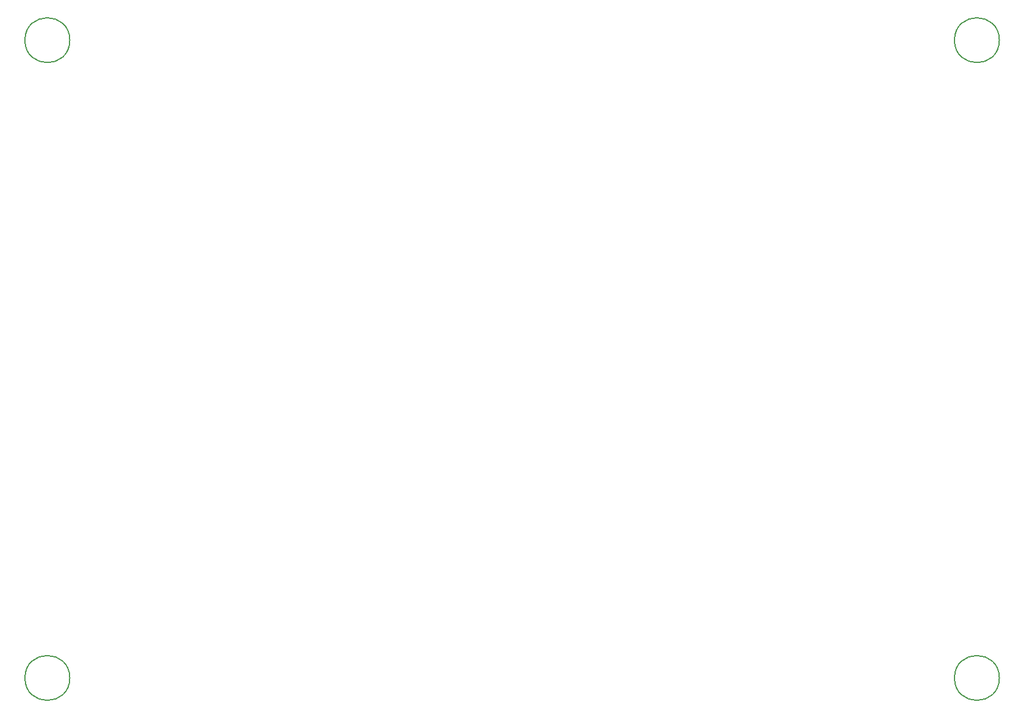
<source format=gbr>
%TF.GenerationSoftware,KiCad,Pcbnew,(7.0.0-0)*%
%TF.CreationDate,2024-05-26T10:43:25+02:00*%
%TF.ProjectId,SwitchFoil,53776974-6368-4466-9f69-6c2e6b696361,rev?*%
%TF.SameCoordinates,Original*%
%TF.FileFunction,Other,Comment*%
%FSLAX46Y46*%
G04 Gerber Fmt 4.6, Leading zero omitted, Abs format (unit mm)*
G04 Created by KiCad (PCBNEW (7.0.0-0)) date 2024-05-26 10:43:25*
%MOMM*%
%LPD*%
G01*
G04 APERTURE LIST*
%ADD10C,0.150000*%
G04 APERTURE END LIST*
D10*
%TO.C,H2*%
X219310599Y-56092000D02*
G75*
G03*
X219310599Y-56092000I-3200000J0D01*
G01*
%TO.C,H4*%
X86808000Y-147090624D02*
G75*
G03*
X86808000Y-147090624I-3200000J0D01*
G01*
%TO.C,H3*%
X86808000Y-56092000D02*
G75*
G03*
X86808000Y-56092000I-3200000J0D01*
G01*
%TO.C,H1*%
X219310599Y-147090624D02*
G75*
G03*
X219310599Y-147090624I-3200000J0D01*
G01*
%TD*%
M02*

</source>
